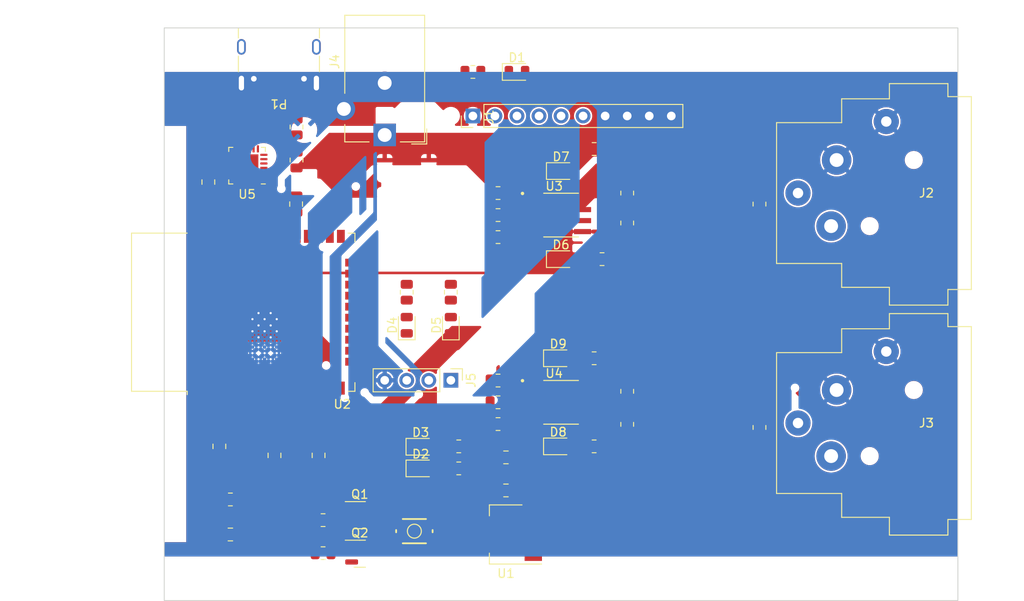
<source format=kicad_pcb>
(kicad_pcb (version 20221018) (generator pcbnew)
  (title_block (title "DMX ArtNet Gateway") (date "2023-09-06") (rev "v01") (company "Interpreter Software B.V."))
  (layers (0 "F.Cu" signal) (31 "B.Cu" signal) (34 "B.Paste" user) (35 "F.Paste" user) (36 "B.SilkS" user "B.Silkscreen") (37 "F.SilkS" user "F.Silkscreen") (38 "B.Mask" user) (39 "F.Mask" user) (44 "Edge.Cuts" user))
  (net 0 "")
  (net 1 "+5V")
  (net 2 "GND")
  (net 3 "Net-(D1-K)")
  (net 4 "Net-(D2-A)")
  (net 5 "Net-(D3-A)")
  (net 6 "Net-(D4-A)")
  (net 7 "Net-(D5-A)")
  (net 8 "Net-(D6-A)")
  (net 9 "Net-(D7-A)")
  (net 10 "Net-(D8-A)")
  (net 11 "Net-(D9-A)")
  (net 12 "DMX_1_B")
  (net 13 "DMX_1_A")
  (net 14 "DMX_2_B")
  (net 15 "DMX_2_A")
  (net 16 "IO17")
  (net 17 "IO4")
  (net 18 "IO16")
  (net 19 "IO18")
  (net 20 "IO21")
  (net 21 "IO19")
  (net 22 "+3.3V")
  (net 25 "IO25")
  (net 26 "IO26")
  (net 28 "IO14")
  (net 29 "IO12")
  (net 30 "IO13")
  (net 37 "IO15")
  (net 38 "IO2")
  (net 40 "IO5")
  (net 42 "RX")
  (net 43 "TX")
  (net 44 "IO22")
  (net 45 "IO23")
  (net 49 "Net-(U5-VPP)")
  (net 50 "VBUS")
  (net 52 "D+")
  (net 53 "D-")
  (net 62 "RTS")
  (net 67 "CHIP_PU")
  (net 68 "Net-(Q1-B)")
  (net 69 "Net-(Q2-B)")
  (net 70 "DTR")
  (net 71 "IO0")
  (footprint "Connector_PinHeader_2.54mm:PinHeader_1x04_P2.54mm_Vertical" (layer "F.Cu") (at 147.32 116.84 -90)
    (fp_text reference "J5" (at 0 -2.33 90) (layer "F.SilkS"))
    (fp_text value "Serial Port")
    (pad "1" thru_hole rect (at 0 0 270) (size 1.7 1.7) (drill 1) (layers "*.Cu" "*.Mask") (net 1 "+5V"))
    (pad "2" thru_hole oval (at 0 2.54 270) (size 1.7 1.7) (drill 1) (layers "*.Cu" "*.Mask") (net 44 "TX"))
    (pad "3" thru_hole oval (at 0 5.08 270) (size 1.7 1.7) (drill 1) (layers "*.Cu" "*.Mask") (net 43 "RX"))
    (pad "4" thru_hole oval (at 0 7.62 270) (size 1.7 1.7) (drill 1) (layers "*.Cu" "*.Mask") (net 2 "GND"))
  )
  (footprint "SparkFun-Resistor:R_0805_2012Metric" (layer "F.Cu") (at 182.88 96.52 90)
    (fp_text reference "R11")
    (fp_text value "120")
    (pad "1" smd roundrect (at -0.9125 0 90) (size 1.025 1.4) (layers "F.Cu" "F.Paste" "F.Mask") (roundrect_rratio 0.243902) (net 12 "DMX_1_B"))
    (pad "2" smd roundrect (at 0.9125 0 90) (size 1.025 1.4) (layers "F.Cu" "F.Paste" "F.Mask") (roundrect_rratio 0.243902) (net 13 "DMX_1_A"))
  )
  (footprint "SparkFun-Resistor:R_0805_2012Metric" (layer "F.Cu") (at 152.7575 121.89)
    (fp_text reference "R22")
    (fp_text value "10K")
    (pad "1" smd roundrect (at -0.9125 0) (size 1.025 1.4) (layers "F.Cu" "F.Paste" "F.Mask") (roundrect_rratio 0.243902439) (net 1 "+5V"))
    (pad "2" smd roundrect (at 0.9125 0) (size 1.025 1.4) (layers "F.Cu" "F.Paste" "F.Mask") (roundrect_rratio 0.243902) (net 21 "IO19"))
  )
  (footprint "SparkFun-Resistor:R_0805_2012Metric" (layer "F.Cu") (at 152.7575 119.38)
    (fp_text reference "R21")
    (fp_text value "10K")
    (pad "1" smd roundrect (at -0.9125 0) (size 1.025 1.4) (layers "F.Cu" "F.Paste" "F.Mask") (roundrect_rratio 0.243902439) (net 1 "+5V"))
    (pad "2" smd roundrect (at 0.9125 0) (size 1.025 1.4) (layers "F.Cu" "F.Paste" "F.Mask") (roundrect_rratio 0.243902) (net 20 "IO21"))
  )
  (footprint "SparkFun-Resistor:R_0805_2012Metric" (layer "F.Cu") (at 167.64 118.11 -90)
    (fp_text reference "R15")
    (fp_text value "20K")
    (pad "1" smd roundrect (at -0.9125 0 270) (size 1.025 1.4) (layers "F.Cu" "F.Paste" "F.Mask") (roundrect_rratio 0.243902439) (net 1 "+5V"))
    (pad "2" smd roundrect (at 0.9125 0 270) (size 1.025 1.4) (layers "F.Cu" "F.Paste" "F.Mask") (roundrect_rratio 0.243902) (net 14 "DMX_2_B"))
  )
  (footprint "SparkFun-Resistor:R_0805_2012Metric" (layer "F.Cu") (at 149.86 81.28 180)
    (fp_text reference "R1")
    (fp_text value "470")
    (pad "1" smd roundrect (at -0.9125 0 180) (size 1.025 1.4) (layers "F.Cu" "F.Paste" "F.Mask") (roundrect_rratio 0.243902) (net 3 "Net-(D1-K)"))
    (pad "2" smd roundrect (at 0.9125 0 180) (size 1.025 1.4) (layers "F.Cu" "F.Paste" "F.Mask") (roundrect_rratio 0.243902) (net 2 "GND"))
  )
  (footprint "SparkFun-Resistor:R_0805_2012Metric" (layer "F.Cu") (at 167.64 95.25 -90)
    (fp_text reference "R13")
    (fp_text value "20K")
    (pad "1" smd roundrect (at -0.9125 0 270) (size 1.025 1.4) (layers "F.Cu" "F.Paste" "F.Mask") (roundrect_rratio 0.243902439) (net 1 "+5V"))
    (pad "2" smd roundrect (at 0.9125 0 270) (size 1.025 1.4) (layers "F.Cu" "F.Paste" "F.Mask") (roundrect_rratio 0.243902) (net 12 "DMX_1_B"))
  )
  (footprint "Package_TO_SOT_SMD:SOT-223-3_TabPin2" (layer "F.Cu") (at 153.67 134.62 180)
    (fp_text reference "U1" (at 0 -4.5) (layer "F.SilkS"))
    (fp_text value "AMS1117-3.3")
    (pad "1" smd rect (at -3.15 -2.3 180) (size 2 1.5) (layers "F.Cu" "F.Paste" "F.Mask") (net 2 "GND"))
    (pad "2" smd rect (at -3.15 0 180) (size 2 1.5) (layers "F.Cu" "F.Paste" "F.Mask") (net 22 "+3.3V"))
    (pad "2" smd rect (at 3.15 0 180) (size 2 3.8) (layers "F.Cu" "F.Paste" "F.Mask") (net 22 "+3.3V"))
    (pad "3" smd rect (at -3.15 2.3 180) (size 2 1.5) (layers "F.Cu" "F.Paste" "F.Mask") (net 1 "+5V"))
  )
  (footprint "SparkFun-Switch:Momentary_SMD_4.6x2.8mm" (layer "F.Cu") (at 143.1175 134.2366)
    (fp_text reference "SW1")
    (fp_text value "Reset")
    (pad "1" smd rect (at -2.05 -0.8) (size 0.9 1) (layers "F.Cu" "F.Paste" "F.Mask") (net 2 "GND"))
    (pad "1" smd rect (at 2.05 -0.8) (size 0.9 1) (layers "F.Cu" "F.Paste" "F.Mask") (net 2 "GND"))
    (pad "2" smd rect (at -2.05 0.8) (size 0.9 1) (layers "F.Cu" "F.Paste" "F.Mask") (net 67 "CHIP_PU"))
    (pad "2" smd rect (at 2.05 0.8) (size 0.9 1) (layers "F.Cu" "F.Paste" "F.Mask") (net 67 "CHIP_PU"))
  )
  (footprint "SparkFun-Resistor:R_0805_2012Metric" (layer "F.Cu") (at 132.6 132.9666)
    (fp_text reference "R26")
    (fp_text value "10K")
    (pad "1" smd roundrect (at -0.9125 0) (size 1.025 1.4) (layers "F.Cu" "F.Paste" "F.Mask") (roundrect_rratio 0.243902) (net 69 "Net-(Q2-B)"))
    (pad "2" smd roundrect (at 0.9125 0) (size 1.025 1.4) (layers "F.Cu" "F.Paste" "F.Mask") (roundrect_rratio 0.243902) (net 62 "RTS"))
  )
  (footprint "RF_Module:ESP32-WROOM-32D" (layer "F.Cu") (at 126.39 108.99 90)
    (fp_text reference "U2" (at -10.61 8.43) (layer "F.SilkS"))
    (fp_text value "ESP32-WROOM-32D")
    (pad "1" smd rect (at -8.75 -8.25 90) (size 1.5 0.9) (layers "F.Cu" "F.Paste" "F.Mask") (net 2 "GND"))
    (pad "2" smd rect (at -8.75 -6.98 90) (size 1.5 0.9) (layers "F.Cu" "F.Paste" "F.Mask") (net 22 "+3.3V"))
    (pad "3" smd rect (at -8.75 -5.71 90) (size 1.5 0.9) (layers "F.Cu" "F.Paste" "F.Mask") (net 67 "CHIP_PU"))
    (pad "4" smd rect (at -8.75 -4.44 90) (size 1.5 0.9) (layers "F.Cu" "F.Paste" "F.Mask"))
    (pad "5" smd rect (at -8.75 -3.17 90) (size 1.5 0.9) (layers "F.Cu" "F.Paste" "F.Mask"))
    (pad "6" smd rect (at -8.75 -1.9 90) (size 1.5 0.9) (layers "F.Cu" "F.Paste" "F.Mask"))
    (pad "7" smd rect (at -8.75 -0.63 90) (size 1.5 0.9) (layers "F.Cu" "F.Paste" "F.Mask"))
    (pad "8" smd rect (at -8.75 0.64 90) (size 1.5 0.9) (layers "F.Cu" "F.Paste" "F.Mask"))
    (pad "9" smd rect (at -8.75 1.91 90) (size 1.5 0.9) (layers "F.Cu" "F.Paste" "F.Mask"))
    (pad "10" smd rect (at -8.75 3.18 90) (size 1.5 0.9) (layers "F.Cu" "F.Paste" "F.Mask") (net 25 "IO25"))
    (pad "11" smd rect (at -8.75 4.45 90) (size 1.5 0.9) (layers "F.Cu" "F.Paste" "F.Mask") (net 26 "IO26"))
    (pad "12" smd rect (at -8.75 5.72 90) (size 1.5 0.9) (layers "F.Cu" "F.Paste" "F.Mask"))
    (pad "13" smd rect (at -8.75 6.99 90) (size 1.5 0.9) (layers "F.Cu" "F.Paste" "F.Mask") (net 28 "IO14"))
    (pad "14" smd rect (at -8.75 8.26 90) (size 1.5 0.9) (layers "F.Cu" "F.Paste" "F.Mask") (net 29 "IO12"))
    (pad "15" smd rect (at -5.71 9.51 180) (size 1.5 0.9) (layers "F.Cu" "F.Paste" "F.Mask") (net 2 "GND"))
    (pad "16" smd rect (at -4.44 9.51 180) (size 1.5 0.9) (layers "F.Cu" "F.Paste" "F.Mask") (net 30 "IO13"))
    (pad "17" smd rect (at -3.17 9.51 180) (size 1.5 0.9) (layers "F.Cu" "F.Paste" "F.Mask"))
    (pad "18" smd rect (at -1.9 9.51 180) (size 1.5 0.9) (layers "F.Cu" "F.Paste" "F.Mask"))
    (pad "19" smd rect (at -0.63 9.51 180) (size 1.5 0.9) (layers "F.Cu" "F.Paste" "F.Mask"))
    (pad "20" smd rect (at 0.64 9.51 180) (size 1.5 0.9) (layers "F.Cu" "F.Paste" "F.Mask"))
    (pad "21" smd rect (at 1.91 9.51 180) (size 1.5 0.9) (layers "F.Cu" "F.Paste" "F.Mask"))
    (pad "22" smd rect (at 3.18 9.51 180) (size 1.5 0.9) (layers "F.Cu" "F.Paste" "F.Mask"))
    (pad "23" smd rect (at 4.45 9.51 180) (size 1.5 0.9) (layers "F.Cu" "F.Paste" "F.Mask") (net 37 "IO15"))
    (pad "24" smd rect (at 5.72 9.51 180) (size 1.5 0.9) (layers "F.Cu" "F.Paste" "F.Mask") (net 38 "IO2"))
    (pad "25" smd rect (at 8.75 8.26 90) (size 1.5 0.9) (layers "F.Cu" "F.Paste" "F.Mask") (net 71 "IO0"))
    (pad "26" smd rect (at 8.75 6.99 90) (size 1.5 0.9) (layers "F.Cu" "F.Paste" "F.Mask") (net 17 "IO4"))
    (pad "27" smd rect (at 8.75 5.72 90) (size 1.5 0.9) (layers "F.Cu" "F.Paste" "F.Mask") (net 18 "IO16"))
    (pad "28" smd rect (at 8.75 4.45 90) (size 1.5 0.9) (layers "F.Cu" "F.Paste" "F.Mask") (net 16 "IO17"))
    (pad "29" smd rect (at 8.75 3.18 90) (size 1.5 0.9) (layers "F.Cu" "F.Paste" "F.Mask") (net 40 "IO5"))
    (pad "30" smd rect (at 8.75 1.91 90) (size 1.5 0.9) (layers "F.Cu" "F.Paste" "F.Mask") (net 19 "IO18"))
    (pad "31" smd rect (at 8.75 0.64 90) (size 1.5 0.9) (layers "F.Cu" "F.Paste" "F.Mask") (net 21 "IO19"))
    (pad "32" smd rect (at 8.75 -0.63 90) (size 1.5 0.9) (layers "F.Cu" "F.Paste" "F.Mask"))
    (pad "33" smd rect (at 8.75 -1.9 90) (size 1.5 0.9) (layers "F.Cu" "F.Paste" "F.Mask") (net 20 "IO21"))
    (pad "34" smd rect (at 8.75 -3.17 90) (size 1.5 0.9) (layers "F.Cu" "F.Paste" "F.Mask") (net 42 "RX"))
    (pad "35" smd rect (at 8.75 -4.44 90) (size 1.5 0.9) (layers "F.Cu" "F.Paste" "F.Mask") (net 43 "TX"))
    (pad "36" smd rect (at 8.75 -5.71 90) (size 1.5 0.9) (layers "F.Cu" "F.Paste" "F.Mask") (net 44 "IO22"))
    (pad "37" smd rect (at 8.75 -6.98 90) (size 1.5 0.9) (layers "F.Cu" "F.Paste" "F.Mask") (net 45 "IO23"))
    (pad "38" smd rect (at 8.75 -8.25 90) (size 1.5 0.9) (layers "F.Cu" "F.Paste" "F.Mask") (net 2 "GND"))
    (pad "39" smd rect (at -2.9 -1.93 90) (size 0.9 0.9) (layers "F.Cu" "F.Paste") (net 2 "GND"))
    (pad "39" thru_hole circle (at -2.9 -1.23 90) (size 0.6 0.6) (drill 0.25) (property pad_prop_heatsink) (layers "*.Cu" "F.Mask") (net 2 "GND"))
    (pad "39" smd rect (at -2.9 -0.53 90) (size 0.9 0.9) (layers "F.Cu" "F.Paste") (net 2 "GND"))
    (pad "39" thru_hole circle (at -2.9 0.17 90) (size 0.6 0.6) (drill 0.25) (property pad_prop_heatsink) (layers "*.Cu" "F.Mask") (net 2 "GND"))
    (pad "39" smd rect (at -2.9 0.87 90) (size 0.9 0.9) (layers "F.Cu" "F.Paste") (net 2 "GND"))
    (pad "39" thru_hole circle (at -2.2 -1.93 90) (size 0.6 0.6) (drill 0.25) (property pad_prop_heatsink) (layers "*.Cu" "F.Mask") (net 2 "GND"))
    (pad "39" thru_hole circle (at -2.2 -0.53 90) (size 0.6 0.6) (drill 0.25) (property pad_prop_heatsink) (layers "*.Cu" "F.Mask") (net 2 "GND"))
    (pad "39" thru_hole circle (at -2.2 0.87 90) (size 0.6 0.6) (drill 0.25) (property pad_prop_heatsink) (layers "*.Cu" "F.Mask") (net 2 "GND"))
    (pad "39" thru_hole circle (at -1.525 -1.23 90) (size 0.6 0.6) (drill 0.25) (property pad_prop_heatsink) (layers "*.Cu" "F.Mask") (net 2 "GND"))
    (pad "39" thru_hole circle (at -1.525 0.17 90) (size 0.6 0.6) (drill 0.25) (property pad_prop_heatsink) (layers "*.Cu" "F.Mask") (net 2 "GND"))
    (pad "39" smd rect (at -1.5 -1.93 90) (size 0.9 0.9) (layers "F.Cu" "F.Paste") (net 2 "GND"))
    (pad "39" smd rect (at -1.5 -0.53 90) (size 0.9 0.9) (layers "F.Cu" "F.Paste") (net 2 "GND"))
    (pad "39" smd rect (at -1.5 -0.53 90) (size 3.8 3.8) (layers "F.Cu" "F.Mask") (net 2 "GND"))
    (pad "39" smd rect (at -1.5 0.87 90) (size 0.9 0.9) (layers "F.Cu" "F.Paste") (net 2 "GND"))
    (pad "39" thru_hole circle (at -0.8 -1.93 90) (size 0.6 0.6) (drill 0.25) (property pad_prop_heatsink) (layers "*.Cu" "F.Mask") (net 2 "GND"))
    (pad "39" thru_hole circle (at -0.8 -0.53 90) (size 0.6 0.6) (drill 0.25) (property pad_prop_heatsink) (layers "*.Cu" "F.Mask") (net 2 "GND"))
    (pad "39" thru_hole circle (at -0.8 0.87 90) (size 0.6 0.6) (drill 0.25) (property pad_prop_heatsink) (layers "*.Cu" "F.Mask") (net 2 "GND"))
    (pad "39" smd rect (at -0.1 -1.93 90) (size 0.9 0.9) (layers "F.Cu" "F.Paste") (net 2 "GND"))
    (pad "39" thru_hole circle (at -0.1 -1.23 90) (size 0.6 0.6) (drill 0.25) (property pad_prop_heatsink) (layers "*.Cu" "F.Mask") (net 2 "GND"))
    (pad "39" smd rect (at -0.1 -0.53 90) (size 0.9 0.9) (layers "F.Cu" "F.Paste") (net 2 "GND"))
    (pad "39" thru_hole circle (at -0.1 0.17 90) (size 0.6 0.6) (drill 0.25) (property pad_prop_heatsink) (layers "*.Cu" "F.Mask") (net 2 "GND"))
    (pad "39" smd rect (at -0.1 0.87 90) (size 0.9 0.9) (layers "F.Cu" "F.Paste") (net 2 "GND"))
    (zone (net 0) (net_name "") (layers "*.Cu") (connect_pads (clearance 0)) (min_thickness 0.254)
      (keepout (tracks not_allowed) (vias not_allowed) (pads not_allowed) (copperpour not_allowed) (footprints not_allowed))
      (fill (thermal_gap 0.508) (thermal_bridge_width 0.508))
      (polygon (pts (xy 116.84 132.99) (xy 116.84 84.99) (xy 95.65 84.99) (xy 95.65 132.99)))
    )
  )
  (footprint "SparkFun-Capacitor:C_0805_2012Metric" (layer "F.Cu") (at 129.4925 96.52 90)
    (fp_text reference "C8")
    (fp_text value "1uF")
    (pad "1" smd roundrect (at -0.95 0 90) (size 1 1.45) (layers "F.Cu" "F.Paste" "F.Mask") (net 22 "+3.3V"))
    (pad "2" smd roundrect (at 0.95 0 90) (size 1 1.45) (layers "F.Cu" "F.Paste" "F.Mask") (net 2 "GND"))
  )
  (footprint "SparkFun-Resistor:R_0805_2012Metric" (layer "F.Cu") (at 129.54 91.44 90)
    (fp_text reference "R24")
    (fp_text value "20K")
    (pad "1" smd roundrect (at -0.9125 0 90) (size 1.025 1.4) (layers "F.Cu" "F.Paste" "F.Mask") (roundrect_rratio 0.243902) (net 2 "GND"))
    (pad "2" smd roundrect (at 0.9125 0 90) (size 1.025 1.4) (layers "F.Cu" "F.Paste" "F.Mask") (roundrect_rratio 0.243902) (net 50 "VBUS"))
  )
  (footprint "LED_SMD:LED_0805_2012Metric" (layer "F.Cu") (at 143.8425 124.505)
    (fp_text reference "D3" (at 0 -1.65) (layer "F.SilkS"))
    (fp_text value "LED_5V")
    (pad "1" smd roundrect (at -0.9375 0) (size 0.975 1.4) (layers "F.Cu" "F.Paste" "F.Mask") (net 2 "GND"))
    (pad "2" smd roundrect (at 0.9375 0) (size 0.975 1.4) (layers "F.Cu" "F.Paste" "F.Mask") (net 5 "Net-(D3-A)"))
  )
  (footprint "SparkFun-Resistor:R_0805_2012Metric" (layer "F.Cu") (at 148.2325 127 180)
    (fp_text reference "R2")
    (fp_text value "470")
    (pad "1" smd roundrect (at -0.9125 0 180) (size 1.025 1.4) (layers "F.Cu" "F.Paste" "F.Mask") (roundrect_rratio 0.243902) (net 22 "+3.3V"))
    (pad "2" smd roundrect (at 0.9125 0 180) (size 1.025 1.4) (layers "F.Cu" "F.Paste" "F.Mask") (roundrect_rratio 0.243902) (net 4 "Net-(D2-A)"))
  )
  (footprint "SparkFun-Resistor:R_0805_2012Metric" (layer "F.Cu") (at 132.6 136.7766)
    (fp_text reference "R25")
    (fp_text value "10K")
    (pad "1" smd roundrect (at -0.9125 0) (size 1.025 1.4) (layers "F.Cu" "F.Paste" "F.Mask") (roundrect_rratio 0.243902) (net 68 "Net-(Q1-B)"))
    (pad "2" smd roundrect (at 0.9125 0) (size 1.025 1.4) (layers "F.Cu" "F.Paste" "F.Mask") (roundrect_rratio 0.243902) (net 70 "DTR"))
  )
  (footprint "Package_TO_SOT_SMD:SOT-23" (layer "F.Cu") (at 136.8275 132.39)
    (fp_text reference "Q1" (at 0 -2.4) (layer "F.SilkS"))
    (fp_text value "MMBT3904")
    (pad "1" smd roundrect (at -0.9375 -0.95) (size 1.475 0.6) (layers "F.Cu" "F.Paste" "F.Mask") (net 68 "Net-(Q1-B)"))
    (pad "2" smd roundrect (at -0.9375 0.95) (size 1.475 0.6) (layers "F.Cu" "F.Paste" "F.Mask") (net 62 "RTS"))
    (pad "3" smd roundrect (at 0.9375 0) (size 1.475 0.6) (layers "F.Cu" "F.Paste" "F.Mask") (net 67 "CHIP_PU"))
  )
  (footprint "SparkFun-Resistor:R_0805_2012Metric" (layer "F.Cu") (at 148.2325 124.46 180)
    (fp_text reference "R3")
    (fp_text value "470")
    (pad "1" smd roundrect (at -0.9125 0 180) (size 1.025 1.4) (layers "F.Cu" "F.Paste" "F.Mask") (roundrect_rratio 0.243902439) (net 1 "+5V"))
    (pad "2" smd roundrect (at 0.9125 0 180) (size 1.025 1.4) (layers "F.Cu" "F.Paste" "F.Mask") (roundrect_rratio 0.243902) (net 5 "Net-(D3-A)"))
  )
  (footprint "Connector_Audio_2:Jack_XLR_Neutrik_NC3FAH2-0_Horizontal" (layer "F.Cu") (at 191.77 117.96)
    (fp_text reference "J3" hide)
    (fp_text value "DMX2")
    (fp_text user "${REFERENCE}" (at 10.35 3.81) (layer "F.SilkS"))
    (pad "" np_thru_hole circle (at 3.81 7.62) (size 1.6 1.6) (drill 1.6) (layers "*.Cu" "*.Mask"))
    (pad "" np_thru_hole circle (at 8.89 0) (size 1.6 1.6) (drill 1.6) (layers "*.Cu" "*.Mask"))
    (pad "1" thru_hole circle (at 0 0) (size 3.4 3.4) (drill 1.6) (layers "*.Cu" "*.Mask") (net 2 "GND"))
    (pad "2" thru_hole circle (at -0.635 7.62) (size 3.4 3.4) (drill 1.6) (layers "*.Cu" "*.Mask") (net 14 "DMX_2_B"))
    (pad "3" thru_hole circle (at -4.45 3.81) (size 2.9 2.9) (drill 1.2) (layers "*.Cu" "*.Mask") (net 15 "DMX_2_A"))
    (pad "G" thru_hole circle (at 5.72 -4.44) (size 2.9 2.9) (drill 1.2) (layers "*.Cu" "*.Mask") (net 2 "GND"))
  )
  (footprint "LED_SMD:LED_0805_2012Metric" (layer "F.Cu") (at 159.6875 124.46)
    (fp_text reference "D8" (at 0 -1.65) (layer "F.SilkS"))
    (fp_text value "LED_DMX2_TX")
    (pad "1" smd roundrect (at -0.9375 0) (size 0.975 1.4) (layers "F.Cu" "F.Paste" "F.Mask") (net 21 "IO19"))
    (pad "2" smd roundrect (at 0.9375 0) (size 0.975 1.4) (layers "F.Cu" "F.Paste" "F.Mask") (net 10 "Net-(D8-A)"))
  )
  (footprint "SparkFun-Resistor:R_0805_2012Metric" (layer "F.Cu") (at 167.64 121.92 -90)
    (fp_text reference "R16")
    (fp_text value "20K")
    (pad "1" smd roundrect (at -0.9125 0 270) (size 1.025 1.4) (layers "F.Cu" "F.Paste" "F.Mask") (roundrect_rratio 0.243902) (net 15 "DMX_2_A"))
    (pad "2" smd roundrect (at 0.9125 0 270) (size 1.025 1.4) (layers "F.Cu" "F.Paste" "F.Mask") (roundrect_rratio 0.243902) (net 2 "GND"))
  )
  (footprint "MAX485CSA_T:SOIC127P600X175-8N" (layer "F.Cu") (at 160.02 97.79)
    (fp_text reference "U3" (at -0.795 -3.332) (layer "F.SilkS"))
    (fp_text value "MAX485CSA")
    (pad "1" smd roundrect (at -2.475 -1.905) (size 1.97 0.59) (layers "F.Cu" "F.Paste" "F.Mask") (roundrect_rratio 0.07) (net 18 "IO16"))
    (pad "2" smd roundrect (at -2.475 -0.635) (size 1.97 0.59) (layers "F.Cu" "F.Paste" "F.Mask") (roundrect_rratio 0.07) (net 17 "IO4"))
    (pad "3" smd roundrect (at -2.475 0.635) (size 1.97 0.59) (layers "F.Cu" "F.Paste" "F.Mask") (roundrect_rratio 0.07) (net 17 "IO4"))
    (pad "4" smd roundrect (at -2.475 1.905) (size 1.97 0.59) (layers "F.Cu" "F.Paste" "F.Mask") (roundrect_rratio 0.07) (net 16 "IO17"))
    (pad "5" smd roundrect (at 2.475 1.905) (size 1.97 0.59) (layers "F.Cu" "F.Paste" "F.Mask") (roundrect_rratio 0.07) (net 2 "GND"))
    (pad "6" smd roundrect (at 2.475 0.635) (size 1.97 0.59) (layers "F.Cu" "F.Paste" "F.Mask") (roundrect_rratio 0.07) (net 13 "DMX_1_A"))
    (pad "7" smd roundrect (at 2.475 -0.635) (size 1.97 0.59) (layers "F.Cu" "F.Paste" "F.Mask") (roundrect_rratio 0.07) (net 12 "DMX_1_B"))
    (pad "8" smd roundrect (at 2.475 -1.905) (size 1.97 0.59) (layers "F.Cu" "F.Paste" "F.Mask") (roundrect_rratio 0.07) (net 1 "+5V"))
  )
  (footprint "LED_SMD:LED_0805_2012Metric" (layer "F.Cu") (at 142.24 110.49 90)
    (fp_text reference "D4" (at 0 -1.65 90) (layer "F.SilkS"))
    (fp_text value "LED_TX")
    (pad "1" smd roundrect (at -0.9375 0 90) (size 0.975 1.4) (layers "F.Cu" "F.Paste" "F.Mask") (net 43 "TX"))
    (pad "2" smd roundrect (at 0.9375 0 90) (size 0.975 1.4) (layers "F.Cu" "F.Paste" "F.Mask") (net 6 "Net-(D4-A)"))
  )
  (footprint "SparkFun-Resistor:R_0805_2012Metric" (layer "F.Cu") (at 163.83 124.46 180)
    (fp_text reference "R8")
    (fp_text value "470")
    (pad "1" smd roundrect (at -0.9125 0 180) (size 1.025 1.4) (layers "F.Cu" "F.Paste" "F.Mask") (roundrect_rratio 0.243902) (net 22 "+3.3V"))
    (pad "2" smd roundrect (at 0.9125 0 180) (size 1.025 1.4) (layers "F.Cu" "F.Paste" "F.Mask") (roundrect_rratio 0.243902) (net 10 "Net-(D8-A)"))
  )
  (footprint "SparkFun-Resistor:R_0805_2012Metric" (layer "F.Cu") (at 129.54 87.63 -90)
    (fp_text reference "R23")
    (fp_text value "10K")
    (pad "1" smd roundrect (at -0.9125 0 270) (size 1.025 1.4) (layers "F.Cu" "F.Paste" "F.Mask") (roundrect_rratio 0.243902) (net 1 "+5V"))
    (pad "2" smd roundrect (at 0.9125 0 270) (size 1.025 1.4) (layers "F.Cu" "F.Paste" "F.Mask") (roundrect_rratio 0.243902) (net 50 "VBUS"))
  )
  (footprint "SparkFun-Resistor:R_0805_2012Metric" (layer "F.Cu") (at 167.64 98.7025 -90)
    (fp_text reference "R14")
    (fp_text value "20K")
    (pad "1" smd roundrect (at -0.9125 0 270) (size 1.025 1.4) (layers "F.Cu" "F.Paste" "F.Mask") (roundrect_rratio 0.243902) (net 13 "DMX_1_A"))
    (pad "2" smd roundrect (at 0.9125 0 270) (size 1.025 1.4) (layers "F.Cu" "F.Paste" "F.Mask") (roundrect_rratio 0.243902) (net 2 "GND"))
  )
  (footprint "SparkFun-Capacitor:C_0805_2012Metric" (layer "F.Cu") (at 153.67 125.73)
    (fp_text reference "C1")
    (fp_text value "10uF")
    (pad "1" smd roundrect (at -0.95 0) (size 1 1.45) (layers "F.Cu" "F.Paste" "F.Mask") (net 1 "+5V"))
    (pad "2" smd roundrect (at 0.95 0) (size 1 1.45) (layers "F.Cu" "F.Paste" "F.Mask") (net 2 "GND"))
  )
  (footprint "SparkFun-Resistor:R_0805_2012Metric" (layer "F.Cu") (at 163.83 114.3 180)
    (fp_text reference "R9")
    (fp_text value "470")
    (pad "1" smd roundrect (at -0.9125 0 180) (size 1.025 1.4) (layers "F.Cu" "F.Paste" "F.Mask") (roundrect_rratio 0.243902) (net 22 "+3.3V"))
    (pad "2" smd roundrect (at 0.9125 0 180) (size 1.025 1.4) (layers "F.Cu" "F.Paste" "F.Mask") (roundrect_rratio 0.243902) (net 11 "Net-(D9-A)"))
  )
  (footprint "SparkFun-Resistor:R_0805_2012Metric" (layer "F.Cu") (at 147.32 106.68 -90)
    (fp_text reference "R5")
    (fp_text value "470")
    (pad "1" smd roundrect (at -0.9125 0 270) (size 1.025 1.4) (layers "F.Cu" "F.Paste" "F.Mask") (roundrect_rratio 0.243902) (net 22 "+3.3V"))
    (pad "2" smd roundrect (at 0.9125 0 270) (size 1.025 1.4) (layers "F.Cu" "F.Paste" "F.Mask") (roundrect_rratio 0.243902) (net 7 "Net-(D5-A)"))
  )
  (footprint "SparkFun-Resistor:R_0805_2012Metric" (layer "F.Cu") (at 152.7575 95.25)
    (fp_text reference "R19")
    (fp_text value "10K")
    (pad "1" smd roundrect (at -0.9125 0) (size 1.025 1.4) (layers "F.Cu" "F.Paste" "F.Mask") (roundrect_rratio 0.243902439) (net 1 "+5V"))
    (pad "2" smd roundrect (at 0.9125 0) (size 1.025 1.4) (layers "F.Cu" "F.Paste" "F.Mask") (roundrect_rratio 0.243902) (net 18 "IO16"))
  )
  (footprint "Package_TO_SOT_SMD:SOT-23" (layer "F.Cu") (at 136.8275 136.84)
    (fp_text reference "Q2" (at 0 -2.4) (layer "F.SilkS"))
    (fp_text value "MMBT3904")
    (pad "1" smd roundrect (at -0.9375 -0.95) (size 1.475 0.6) (layers "F.Cu" "F.Paste" "F.Mask") (net 69 "Net-(Q2-B)"))
    (pad "2" smd roundrect (at -0.9375 0.95) (size 1.475 0.6) (layers "F.Cu" "F.Paste" "F.Mask") (net 70 "DTR"))
    (pad "3" smd roundrect (at 0.9375 0) (size 1.475 0.6) (layers "F.Cu" "F.Paste" "F.Mask") (net 71 "IO0"))
  )
  (footprint "SparkFun-Resistor:R_0805_2012Metric" (layer "F.Cu") (at 142.24 106.68 -90)
    (fp_text reference "R4")
    (fp_text value "470")
    (pad "1" smd roundrect (at -0.9125 0 270) (size 1.025 1.4) (layers "F.Cu" "F.Paste" "F.Mask") (roundrect_rratio 0.243902) (net 22 "+3.3V"))
    (pad "2" smd roundrect (at 0.9125 0 270) (size 1.025 1.4) (layers "F.Cu" "F.Paste" "F.Mask") (roundrect_rratio 0.243902) (net 6 "Net-(D4-A)"))
  )
  (footprint "SparkFun-Resistor:R_0805_2012Metric" (layer "F.Cu") (at 152.7575 116.87)
    (fp_text reference "R20")
    (fp_text value "10K")
    (pad "1" smd roundrect (at -0.9125 0) (size 1.025 1.4) (layers "F.Cu" "F.Paste" "F.Mask") (roundrect_rratio 0.243902439) (net 1 "+5V"))
    (pad "2" smd roundrect (at 0.9125 0) (size 1.025 1.4) (layers "F.Cu" "F.Paste" "F.Mask") (roundrect_rratio 0.243902) (net 19 "IO18"))
  )
  (footprint "SparkFun-Capacitor:C_0805_2012Metric" (layer "F.Cu") (at 119.38 93.98 -90)
    (fp_text reference "C7")
    (fp_text value "10uF")
    (pad "1" smd roundrect (at -0.95 0 270) (size 1 1.45) (layers "F.Cu" "F.Paste" "F.Mask") (net 49 "Net-(U5-VPP)"))
    (pad "2" smd roundrect (at 0.95 0 270) (size 1 1.45) (layers "F.Cu" "F.Paste" "F.Mask") (net 2 "GND"))
  )
  (footprint "SparkFun-Capacitor:C_0805_2012Metric" (layer "F.Cu") (at 153.67 129.54)
    (fp_text reference "C4")
    (fp_text value "100nF")
    (pad "1" smd roundrect (at -0.95 0) (size 1 1.45) (layers "F.Cu" "F.Paste" "F.Mask") (net 1 "+5V"))
    (pad "2" smd roundrect (at 0.95 0) (size 1 1.45) (layers "F.Cu" "F.Paste" "F.Mask") (net 2 "GND"))
  )
  (footprint "SparkFun-Capacitor:C_0805_2012Metric" (layer "F.Cu") (at 121.92 134.62 180)
    (fp_text reference "C3")
    (fp_text value "100nF")
    (pad "1" smd roundrect (at -0.95 0 180) (size 1 1.45) (layers "F.Cu" "F.Paste" "F.Mask") (net 22 "+3.3V"))
    (pad "2" smd roundrect (at 0.95 0 180) (size 1 1.45) (layers "F.Cu" "F.Paste" "F.Mask") (net 2 "GND"))
  )
  (footprint "SparkFun-Resistor:R_0805_2012Metric" (layer "F.Cu") (at 152.7575 100.33)
    (fp_text reference "R17")
    (fp_text value "10K")
    (pad "1" smd roundrect (at -0.9125 0) (size 1.025 1.4) (layers "F.Cu" "F.Paste" "F.Mask") (roundrect_rratio 0.243902439) (net 1 "+5V"))
    (pad "2" smd roundrect (at 0.9125 0) (size 1.025 1.4) (layers "F.Cu" "F.Paste" "F.Mask") (roundrect_rratio 0.243902) (net 16 "IO17"))
  )
  (footprint "Connector_BarrelJack:BarrelJack_CUI_PJ-102AH_Horizontal" (layer "F.Cu") (at 139.7 88.55 180)
    (fp_text reference "J4" (at 5.75 8.45 90) (layer "F.SilkS"))
    (fp_text value "Barrel_Jack_MountingPin")
    (pad "1" thru_hole rect (at 0 0 180) (size 2.6 2.6) (drill 1.6) (layers "*.Cu" "*.Mask") (net 1 "+5V"))
    (pad "2" thru_hole circle (at 0 6 180) (size 2.6 2.6) (drill 1.6) (layers "*.Cu" "*.Mask") (net 2 "GND"))
    (pad "3" thru_hole circle (at 4.7 3 180) (size 2.6 2.6) (drill 1.6) (layers "*.Cu" "*.Mask"))
  )
  (footprint "Connector_PinHeader_2.54mm:PinHeader_1x10_P2.54mm_Vertical" (layer "F.Cu") (at 149.86 86.36 90)
    (fp_text reference "J1" (at -0.11 1.86 90) (layer "F.SilkS"))
    (fp_text value "GPIO Breakout")
    (pad "1" thru_hole rect (at 0 0 90) (size 1.7 1.7) (drill 1) (layers "*.Cu" "*.Mask") (net 40 "IO5"))
    (pad "2" thru_hole oval (at 0 2.54 90) (size 1.7 1.7) (drill 1) (layers "*.Cu" "*.Mask") (net 29 "IO12"))
    (pad "3" thru_hole oval (at 0 5.08 90) (size 1.7 1.7) (drill 1) (layers "*.Cu" "*.Mask") (net 30 "IO13"))
    (pad "4" thru_hole oval (at 0 7.62 90) (size 1.7 1.7) (drill 1) (layers "*.Cu" "*.Mask") (net 28 "IO14"))
    (pad "5" thru_hole oval (at 0 10.16 90) (size 1.7 1.7) (drill 1) (layers "*.Cu" "*.Mask") (net 37 "IO15"))
    (pad "6" thru_hole oval (at 0 12.7 90) (size 1.7 1.7) (drill 1) (layers "*.Cu" "*.Mask") (net 20 "IO21"))
    (pad "7" thru_hole oval (at 0 15.24 90) (size 1.7 1.7) (drill 1) (layers "*.Cu" "*.Mask") (net 44 "IO22"))
    (pad "8" thru_hole oval (at 0 17.78 90) (size 1.7 1.7) (drill 1) (layers "*.Cu" "*.Mask") (net 45 "IO23"))
    (pad "9" thru_hole oval (at 0 20.32 90) (size 1.7 1.7) (drill 1) (layers "*.Cu" "*.Mask") (net 25 "IO25"))
    (pad "10" thru_hole oval (at 0 22.86 90) (size 1.7 1.7) (drill 1) (layers "*.Cu" "*.Mask") (net 26 "IO26"))
  )
  (footprint "SparkFun-Capacitor:C_0805_2012Metric" (layer "F.Cu") (at 120.65 124.46 -90)
    (fp_text reference "C6")
    (fp_text value "100nF")
    (pad "1" smd roundrect (at -0.95 0 90) (size 1 1.45) (layers "F.Cu" "F.Paste" "F.Mask") (net 67 "CHIP_PU"))
    (pad "2" smd roundrect (at 0.95 0 90) (size 1 1.45) (layers "F.Cu" "F.Paste" "F.Mask") (net 2 "GND"))
  )
  (footprint "SparkFun-Resistor:R_0805_2012Metric" (layer "F.Cu") (at 121.92 130.58 180)
    (fp_text reference "R10")
    (fp_text value "10k")
    (pad "1" smd roundrect (at -0.9125 0 180) (size 1.025 1.4) (layers "F.Cu" "F.Paste" "F.Mask") (roundrect_rratio 0.243902) (net 22 "+3.3V"))
    (pad "2" smd roundrect (at 0.9125 0 180) (size 1.025 1.4) (layers "F.Cu" "F.Paste" "F.Mask") (roundrect_rratio 0.243902) (net 67 "CHIP_PU"))
  )
  (footprint "SparkFun-Capacitor:C_0805_2012Metric" (layer "F.Cu") (at 132.08 125.5 90)
    (fp_text reference "C2")
    (fp_text value "10uF")
    (pad "1" smd roundrect (at -0.95 0 90) (size 1 1.45) (layers "F.Cu" "F.Paste" "F.Mask") (net 22 "+3.3V"))
    (pad "2" smd roundrect (at 0.95 0 90) (size 1 1.45) (layers "F.Cu" "F.Paste" "F.Mask") (net 2 "GND"))
  )
  (footprint "LED_SMD:LED_0805_2012Metric" (layer "F.Cu") (at 154.94 81.28)
    (fp_text reference "D1" (at 0 -1.65) (layer "F.SilkS"))
    (fp_text value "LED")
    (pad "1" smd roundrect (at -0.9375 0) (size 0.975 1.4) (layers "F.Cu" "F.Paste" "F.Mask") (net 3 "Net-(D1-K)"))
    (pad "2" smd roundrect (at 0.9375 0) (size 0.975 1.4) (layers "F.Cu" "F.Paste" "F.Mask") (net 38 "IO2"))
  )
  (footprint "SparkFun-Capacitor:C_0805_2012Metric" (layer "F.Cu") (at 127 125.5 90)
    (fp_text reference "C5")
    (fp_text value "10uF")
    (pad "1" smd roundrect (at -0.95 0 90) (size 1 1.45) (layers "F.Cu" "F.Paste" "F.Mask") (net 22 "+3.3V"))
    (pad "2" smd roundrect (at 0.95 0 90) (size 1 1.45) (layers "F.Cu" "F.Paste" "F.Mask") (net 2 "GND"))
  )
  (footprint "MAX485CSA_T:SOIC127P600X175-8N" (layer "F.Cu") (at 160.02 119.38)
    (fp_text reference "U4" (at -0.795 -3.332) (layer "F.SilkS"))
    (fp_text value "MAX485CSA")
    (pad "1" smd roundrect (at -2.475 -1.905) (size 1.97 0.59) (layers "F.Cu" "F.Paste" "F.Mask") (roundrect_rratio 0.07) (net 19 "IO18"))
    (pad "2" smd roundrect (at -2.475 -0.635) (size 1.97 0.59) (layers "F.Cu" "F.Paste" "F.Mask") (roundrect_rratio 0.07) (net 20 "IO21"))
    (pad "3" smd roundrect (at -2.475 0.635) (size 1.97 0.59) (layers "F.Cu" "F.Paste" "F.Mask") (roundrect_rratio 0.07) (net 20 "IO21"))
    (pad "4" smd roundrect (at -2.475 1.905) (size 1.97 0.59) (layers "F.Cu" "F.Paste" "F.Mask") (roundrect_rratio 0.07) (net 21 "IO19"))
    (pad "5" smd roundrect (at 2.475 1.905) (size 1.97 0.59) (layers "F.Cu" "F.Paste" "F.Mask") (roundrect_rratio 0.07) (net 2 "GND"))
    (pad "6" smd roundrect (at 2.475 0.635) (size 1.97 0.59) (layers "F.Cu" "F.Paste" "F.Mask") (roundrect_rratio 0.07) (net 15 "DMX_2_A"))
    (pad "7" smd roundrect (at 2.475 -0.635) (size 1.97 0.59) (layers "F.Cu" "F.Paste" "F.Mask") (roundrect_rratio 0.07) (net 14 "DMX_2_B"))
    (pad "8" smd roundrect (at 2.475 -1.905) (size 1.97 0.59) (layers "F.Cu" "F.Paste" "F.Mask") (roundrect_rratio 0.07) (net 1 "+5V"))
  )
  (footprint "LED_SMD:LED_0805_2012Metric" (layer "F.Cu") (at 159.6875 114.3)
    (fp_text reference "D9" (at 0 -1.65) (layer "F.SilkS"))
    (fp_text value "LED_DMX2_RX")
    (pad "1" smd roundrect (at -0.9375 0) (size 0.975 1.4) (layers "F.Cu" "F.Paste" "F.Mask") (net 19 "IO18"))
    (pad "2" smd roundrect (at 0.9375 0) (size 0.975 1.4) (layers "F.Cu" "F.Paste" "F.Mask") (net 11 "Net-(D9-A)"))
  )
  (footprint "LED_SMD:LED_0805_2012Metric" (layer "F.Cu") (at 160.02 102.87)
    (fp_text reference "D6" (at 0 -1.65) (layer "F.SilkS"))
    (fp_text value "LED_DMX1_TX")
    (pad "1" smd roundrect (at -0.9375 0) (size 0.975 1.4) (layers "F.Cu" "F.Paste" "F.Mask") (net 16 "IO17"))
    (pad "2" smd roundrect (at 0.9375 0) (size 0.975 1.4) (layers "F.Cu" "F.Paste" "F.Mask") (net 8 "Net-(D6-A)"))
  )
  (footprint "Package_DFN_QFN:QFN-24-1EP_4x4mm_P0.5mm_EP2.6x2.6mm" (layer "F.Cu") (at 123.84 92.09 180)
    (fp_text reference "U5" (at 0 -3.3) (layer "F.SilkS"))
    (fp_text value "CP2104")
    (pad "1" smd roundrect (at -1.9375 -1.25 180) (size 0.825 0.25) (layers "F.Cu" "F.Paste" "F.Mask"))
    (pad "2" smd roundrect (at -1.9375 -0.75 180) (size 0.825 0.25) (layers "F.Cu" "F.Paste" "F.Mask") (net 2 "GND"))
    (pad "3" smd roundrect (at -1.9375 -0.25 180) (size 0.825 0.25) (layers "F.Cu" "F.Paste" "F.Mask") (net 52 "D+"))
    (pad "4" smd roundrect (at -1.9375 0.25 180) (size 0.825 0.25) (layers "F.Cu" "F.Paste" "F.Mask") (net 53 "D-"))
    (pad "5" smd roundrect (at -1.9375 0.75 180) (size 0.825 0.25) (layers "F.Cu" "F.Paste" "F.Mask") (net 22 "+3.3V"))
    (pad "6" smd roundrect (at -1.9375 1.25 180) (size 0.825 0.25) (layers "F.Cu" "F.Paste" "F.Mask") (net 22 "+3.3V"))
    (pad "7" smd roundrect (at -1.25 1.9375 180) (size 0.25 0.825) (layers "F.Cu" "F.Paste" "F.Mask") (net 22 "+3.3V"))
    (pad "8" smd roundrect (at -0.75 1.9375 180) (size 0.25 0.825) (layers "F.Cu" "F.Paste" "F.Mask") (net 50 "VBUS"))
    (pad "9" smd roundrect (at -0.25 1.9375 180) (size 0.25 0.825) (layers "F.Cu" "F.Paste" "F.Mask"))
    (pad "10" smd roundrect (at 0.25 1.9375 180) (size 0.25 0.825) (layers "F.Cu" "F.Paste" "F.Mask"))
    (pad "11" smd roundrect (at 0.75 1.9375 180) (size 0.25 0.825) (layers "F.Cu" "F.Paste" "F.Mask"))
    (pad "12" smd roundrect (at 1.25 1.9375 180) (size 0.25 0.825) (layers "F.Cu" "F.Paste" "F.Mask"))
    (pad "13" smd roundrect (at 1.9375 1.25 180) (size 0.825 0.25) (layers "F.Cu" "F.Paste" "F.Mask"))
    (pad "14" smd roundrect (at 1.9375 0.75 180) (size 0.825 0.25) (layers "F.Cu" "F.Paste" "F.Mask"))
    (pad "15" smd roundrect (at 1.9375 0.25 180) (size 0.825 0.25) (layers "F.Cu" "F.Paste" "F.Mask"))
    (pad "16" smd roundrect (at 1.9375 -0.25 180) (size 0.825 0.25) (layers "F.Cu" "F.Paste" "F.Mask") (net 49 "Net-(U5-VPP)"))
    (pad "17" smd roundrect (at 1.9375 -0.75 180) (size 0.825 0.25) (layers "F.Cu" "F.Paste" "F.Mask"))
    (pad "18" smd roundrect (at 1.9375 -1.25 180) (size 0.825 0.25) (layers "F.Cu" "F.Paste" "F.Mask"))
    (pad "19" smd roundrect (at 1.25 -1.9375 180) (size 0.25 0.825) (layers "F.Cu" "F.Paste" "F.Mask") (net 62 "RTS"))
    (pad "20" smd roundrect (at 0.75 -1.9375 180) (size 0.25 0.825) (layers "F.Cu" "F.Paste" "F.Mask") (net 43 "TX"))
    (pad "21" smd roundrect (at 0.25 -1.9375 180) (size 0.25 0.825) (layers "F.Cu" "F.Paste" "F.Mask") (net 42 "RX"))
    (pad "22" smd roundrect (at -0.25 -1.9375 180) (size 0.25 0.825) (layers "F.Cu" "F.Paste" "F.Mask"))
    (pad "23" smd roundrect (at -0.75 -1.9375 180) (size 0.25 0.825) (layers "F.Cu" "F.Paste" "F.Mask") (net 70 "DTR"))
    (pad "24" smd roundrect (at -1.25 -1.9375 180) (size 0.25 0.825) (layers "F.Cu" "F.Paste" "F.Mask"))
    (pad "25" smd rect (at 0 0 180) (size 2.6 2.6) (layers "F.Cu" "F.Mask") (net 2 "GND"))
  )
  (footprint "LED_SMD:LED_0805_2012Metric" (layer "F.Cu") (at 143.8425 127)
    (fp_text reference "D2" (at 0 -1.65) (layer "F.SilkS"))
    (fp_text value "LED_33V")
    (pad "1" smd roundrect (at -0.9375 0) (size 0.975 1.4) (layers "F.Cu" "F.Paste" "F.Mask") (net 2 "GND"))
    (pad "2" smd roundrect (at 0.9375 0) (size 0.975 1.4) (layers "F.Cu" "F.Paste" "F.Mask") (net 4 "Net-(D2-A)"))
  )
  (footprint "LED_SMD:LED_0805_2012Metric" (layer "F.Cu") (at 147.32 110.49 90)
    (fp_text reference "D5" (at 0 -1.65 90) (layer "F.SilkS"))
    (fp_text value "LED_RX")
    (pad "1" smd roundrect (at -0.9375 0 90) (size 0.975 1.4) (layers "F.Cu" "F.Paste" "F.Mask") (net 42 "RX"))
    (pad "2" smd roundrect (at 0.9375 0 90) (size 0.975 1.4) (layers "F.Cu" "F.Paste" "F.Mask") (net 7 "Net-(D5-A)"))
  )
  (footprint "Connector_USB:USB_C_Receptacle_GCT_USB4105-xx-A_16P_TopMnt_Horizontal" (layer "F.Cu") (at 127.51 79.465 180)
    (fp_text reference "P1" (at 0 -5.5 180 unlocked) (layer "F.SilkS"))
    (fp_text value "USB_C_Plug_USB2.0")
    (pad "" np_thru_hole circle (at -2.89 -2.605 180) (size 0.65 0.65) (drill 0.65) (layers "F&B.Cu" "*.Mask"))
    (pad "" np_thru_hole circle (at 2.89 -2.605 180) (size 0.65 0.65) (drill 0.65) (layers "F&B.Cu" "*.Mask"))
    (pad "A1" smd rect (at -3.2 -3.68 180) (size 0.6 1.15) (layers "F.Cu" "F.Paste" "F.Mask") (net 2 "GND"))
    (pad "A4" smd rect (at -2.4 -3.68 180) (size 0.6 1.15) (layers "F.Cu" "F.Paste" "F.Mask") (net 1 "+5V"))
    (pad "A5" smd rect (at -1.25 -3.68 180) (size 0.3 1.15) (layers "F.Cu" "F.Paste" "F.Mask"))
    (pad "A6" smd rect (at -0.25 -3.68 180) (size 0.3 1.15) (layers "F.Cu" "F.Paste" "F.Mask") (net 52 "D+"))
    (pad "A7" smd rect (at 0.25 -3.68 180) (size 0.3 1.15) (layers "F.Cu" "F.Paste" "F.Mask") (net 53 "D-"))
    (pad "A8" smd rect (at 1.25 -3.68 180) (size 0.3 1.15) (layers "F.Cu" "F.Paste" "F.Mask"))
    (pad "A9" smd rect (at 2.4 -3.68 180) (size 0.6 1.15) (layers "F.Cu" "F.Paste" "F.Mask") (net 1 "+5V"))
    (pad "A12" smd rect (at 3.2 -3.68 180) (size 0.6 1.15) (layers "F.Cu" "F.Paste" "F.Mask") (net 2 "GND"))
    (pad "B1" smd rect (at 3.2 -3.68 180) (size 0.6 1.15) (layers "F.Cu" "F.Paste" "F.Mask") (net 2 "GND"))
    (pad "B4" smd rect (at 2.4 -3.68 180) (size 0.6 1.15) (layers "F.Cu" "F.Paste" "F.Mask") (net 1 "+5V"))
    (pad "B5" smd rect (at 1.75 -3.68 180) (size 0.3 1.15) (layers "F.Cu" "F.Paste" "F.Mask"))
    (pad "B6" smd rect (at 0.75 -3.68 180) (size 0.3 1.15) (layers "F.Cu" "F.Paste" "F.Mask"))
    (pad "B7" smd rect (at -0.75 -3.68 180) (size 0.3 1.15) (layers "F.Cu" "F.Paste" "F.Mask"))
    (pad "B8" smd rect (at -1.75 -3.68 180) (size 0.3 1.15) (layers "F.Cu" "F.Paste" "F.Mask"))
    (pad "B9" smd rect (at -2.4 -3.68 180) (size 0.6 1.15) (layers "F.Cu" "F.Paste" "F.Mask") (net 1 "+5V"))
    (pad "B12" smd rect (at -3.2 -3.68 180) (size 0.6 1.15) (layers "F.Cu" "F.Paste" "F.Mask") (net 2 "GND"))
    (pad "S1" thru_hole oval (at -4.32 -3.105 180) (size 1 2.1) (drill oval 0.6 1.7) (layers "*.Cu" "*.Mask" "F.Paste") (net 2 "GND"))
    (pad "S1" thru_hole oval (at -4.32 1.075 180) (size 1 1.8) (drill oval 0.6 1.4) (layers "*.Cu" "*.Mask" "F.Paste") (net 2 "GND"))
    (pad "S1" thru_hole oval (at 4.32 -3.105 180) (size 1 2.1) (drill oval 0.6 1.7) (layers "*.Cu" "*.Mask" "F.Paste") (net 2 "GND"))
    (pad "S1" thru_hole oval (at 4.32 1.075 180) (size 1 1.8) (drill oval 0.6 1.4) (layers "*.Cu" "*.Mask" "F.Paste") (net 2 "GND"))
  )
  (footprint "SparkFun-Resistor:R_0805_2012Metric" (layer "F.Cu") (at 163.83 90.17 180)
    (fp_text reference "R7")
    (fp_text value "470")
    (pad "1" smd roundrect (at -0.9125 0 180) (size 1.025 1.4) (layers "F.Cu" "F.Paste" "F.Mask") (roundrect_rratio 0.243902) (net 22 "+3.3V"))
    (pad "2" smd roundrect (at 0.9125 0 180) (size 1.025 1.4) (layers "F.Cu" "F.Paste" "F.Mask") (roundrect_rratio 0.243902) (net 9 "Net-(D7-A)"))
  )
  (footprint "SparkFun-Resistor:R_0805_2012Metric" (layer "F.Cu") (at 152.7575 97.79)
    (fp_text reference "R18")
    (fp_text value "10K")
    (pad "1" smd roundrect (at -0.9125 0) (size 1.025 1.4) (layers "F.Cu" "F.Paste" "F.Mask") (roundrect_rratio 0.243902439) (net 1 "+5V"))
    (pad "2" smd roundrect (at 0.9125 0) (size 1.025 1.4) (layers "F.Cu" "F.Paste" "F.Mask") (roundrect_rratio 0.243902) (net 17 "IO4"))
  )
  (footprint "SparkFun-Resistor:R_0805_2012Metric" (layer "F.Cu") (at 182.88 122.2775 90)
    (fp_text reference "R12")
    (fp_text value "120")
    (pad "1" smd roundrect (at -0.9125 0 90) (size 1.025 1.4) (layers "F.Cu" "F.Paste" "F.Mask") (roundrect_rratio 0.243902) (net 14 "DMX_2_B"))
    (pad "2" smd roundrect (at 0.9125 0 90) (size 1.025 1.4) (layers "F.Cu" "F.Paste" "F.Mask") (roundrect_rratio 0.243902) (net 15 "DMX_2_A"))
  )
  (footprint "LED_SMD:LED_0805_2012Metric" (layer "F.Cu") (at 160.02 92.71)
    (fp_text reference "D7" (at 0 -1.65) (layer "F.SilkS"))
    (fp_text value "LED_DMX1_RX")
    (pad "1" smd roundrect (at -0.9375 0) (size 0.975 1.4) (layers "F.Cu" "F.Paste" "F.Mask") (net 18 "IO16"))
    (pad "2" smd roundrect (at 0.9375 0) (size 0.975 1.4) (layers "F.Cu" "F.Paste" "F.Mask") (net 9 "Net-(D7-A)"))
  )
  (footprint "SparkFun-Resistor:R_0805_2012Metric" (layer "F.Cu") (at 164.7425 102.87 180)
    (fp_text reference "R6")
    (fp_text value "470")
    (pad "1" smd roundrect (at -0.9125 0 180) (size 1.025 1.4) (layers "F.Cu" "F.Paste" "F.Mask") (roundrect_rratio 0.243902) (net 22 "+3.3V"))
    (pad "2" smd roundrect (at 0.9125 0 180) (size 1.025 1.4) (layers "F.Cu" "F.Paste" "F.Mask") (roundrect_rratio 0.243902) (net 8 "Net-(D6-A)"))
  )
  (footprint "Connector_Audio_2:Jack_XLR_Neutrik_NC3FAH2-0_Horizontal" (layer "F.Cu") (at 191.77 91.44)
    (fp_text reference "J2" hide)
    (fp_text value "DMX1")
    (fp_text user "${REFERENCE}" (at 10.35 3.81) (layer "F.SilkS"))
    (pad "" np_thru_hole circle (at 3.81 7.62) (size 1.6 1.6) (drill 1.6) (layers "*.Cu" "*.Mask"))
    (pad "" np_thru_hole circle (at 8.89 0) (size 1.6 1.6) (drill 1.6) (layers "*.Cu" "*.Mask"))
    (pad "1" thru_hole circle (at 0 0) (size 3.4 3.4) (drill 1.6) (layers "*.Cu" "*.Mask") (net 2 "GND"))
    (pad "2" thru_hole circle (at -0.635 7.62) (size 3.4 3.4) (drill 1.6) (layers "*.Cu" "*.Mask") (net 12 "DMX_1_B"))
    (pad "3" thru_hole circle (at -4.45 3.81) (size 2.9 2.9) (drill 1.2) (layers "*.Cu" "*.Mask") (net 13 "DMX_1_A"))
    (pad "G" thru_hole circle (at 5.72 -4.44) (size 2.9 2.9) (drill 1.2) (layers "*.Cu" "*.Mask") (net 2 "GND"))
  )
  (gr_rect (start 114.3 76.2) (end 205.74 142.24) (stroke (width 0.1)) (fill none) (layer "Edge.Cuts"))
  (zone (net 22) (net_name "+3.3V") (layer "F.Cu") (priority 1) (connect_pads (clearance 0.2)) (min_thickness 0.25) (fill yes (thermal_gap 0.2) (thermal_bridge_width 0.5))
    (polygon (pts (xy 208.28 142.24) (xy 114.3 142.24) (xy 114.3 76.2) (xy 208.28 76.2)))
  )
  (zone (net 2) (net_name "GND") (layer "B.Cu") (connect_pads (clearance 0.2)) (min_thickness 0.25) (fill yes (thermal_gap 0.2) (thermal_bridge_width 0.5))
    (polygon (pts (xy 114.3 76.2) (xy 213.36 76.2) (xy 213.36 142.24) (xy 114.3 142.24)))
  )
)
</source>
